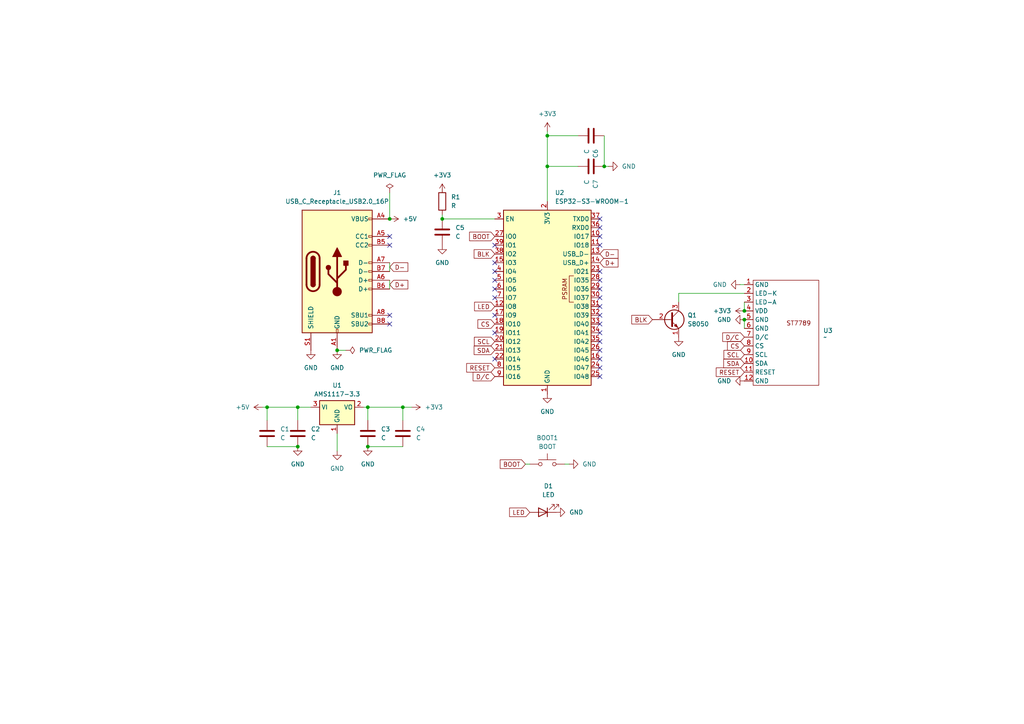
<source format=kicad_sch>
(kicad_sch (version 20231120) (generator "eeschema") (generator_version "8.0")
  (paper "A4")
  (lib_symbols
    (symbol "Connector:USB_C_Receptacle_USB2.0_16P" (pin_names (offset 1.016))
      (property "Reference" "J" (at 0 22.225 0))
      (property "Value" "USB_C_Receptacle_USB2.0_16P" (at 0 19.685 0))
      (symbol "USB_C_Receptacle_USB2.0_16P_0_0"
        (rectangle (start -0.254 -17.78) (end 0.254 -16.764))
        (rectangle (start 10.16 -14.986) (end 9.144 -15.494))
        (rectangle (start 10.16 -12.446) (end 9.144 -12.954))
        (rectangle (start 10.16 -4.826) (end 9.144 -5.334))
        (rectangle (start 10.16 -2.286) (end 9.144 -2.794))
        (rectangle (start 10.16 0.254) (end 9.144 -0.254))
        (rectangle (start 10.16 2.794) (end 9.144 2.286))
        (rectangle (start 10.16 7.874) (end 9.144 7.366))
        (rectangle (start 10.16 10.414) (end 9.144 9.906))
        (rectangle (start 10.16 15.494) (end 9.144 14.986))
      )
      (symbol "USB_C_Receptacle_USB2.0_16P_0_1"
        (rectangle (start -10.16 17.78) (end 10.16 -17.78) (stroke (width 0.254)) (fill (type background)))
        (arc (start -8.89 -3.81) (mid -6.985 -5.7067) (end -5.08 -3.81) (stroke (width 0.508)))
        (arc (start -7.62 -3.81) (mid -6.985 -4.4423) (end -6.35 -3.81) (stroke (width 0.254)))
        (arc (start -7.62 -3.81) (mid -6.985 -4.4423) (end -6.35 -3.81) (stroke (width 0.254)) (fill (type outline)))
        (rectangle (start -7.62 -3.81) (end -6.35 3.81) (stroke (width 0.254)) (fill (type outline)))
        (arc (start -6.35 3.81) (mid -6.985 4.4423) (end -7.62 3.81) (stroke (width 0.254)))
        (arc (start -6.35 3.81) (mid -6.985 4.4423) (end -7.62 3.81) (stroke (width 0.254)) (fill (type outline)))
        (arc (start -5.08 3.81) (mid -6.985 5.7067) (end -8.89 3.81) (stroke (width 0.508)))
        (circle (center -2.54 1.143) (radius 0.635) (stroke (width 0.254)) (fill (type outline)))
        (circle (center 0 -5.842) (radius 1.27) (fill (type outline)))
        (polyline (pts (xy -8.89 -3.81) (xy -8.89 3.81)) (stroke (width 0.508)))
        (polyline (pts (xy -5.08 3.81) (xy -5.08 -3.81)) (stroke (width 0.508)))
        (polyline (pts (xy 0 -5.842) (xy 0 4.318)) (stroke (width 0.508)))
        (polyline (pts (xy 0 -3.302) (xy -2.54 -0.762) (xy -2.54 0.508)) (stroke (width 0.508)))
        (polyline (pts (xy 0 -2.032) (xy 2.54 0.508) (xy 2.54 1.778)) (stroke (width 0.508)))
        (polyline (pts (xy -1.27 4.318) (xy 0 6.858) (xy 1.27 4.318) (xy -1.27 4.318)) (stroke (width 0.254)) (fill (type outline)))
        (rectangle (start 1.905 1.778) (end 3.175 3.048) (stroke (width 0.254)) (fill (type outline)))
      )
      (symbol "USB_C_Receptacle_USB2.0_16P_1_1"
        (pin passive line (at 0 -22.86 90) (length 5.08) (name "GND") (number "A1"))
        (pin passive line (at 0 -22.86 90) (length 5.08) hide (name "GND") (number "A12"))
        (pin passive line (at 15.24 15.24 180) (length 5.08) (name "VBUS") (number "A4"))
        (pin bidirectional line (at 15.24 10.16 180) (length 5.08) (name "CC1") (number "A5"))
        (pin bidirectional line (at 15.24 -2.54 180) (length 5.08) (name "D+") (number "A6"))
        (pin bidirectional line (at 15.24 2.54 180) (length 5.08) (name "D-") (number "A7"))
        (pin bidirectional line (at 15.24 -12.7 180) (length 5.08) (name "SBU1") (number "A8"))
        (pin passive line (at 15.24 15.24 180) (length 5.08) hide (name "VBUS") (number "A9"))
        (pin passive line (at 0 -22.86 90) (length 5.08) hide (name "GND") (number "B1"))
        (pin passive line (at 0 -22.86 90) (length 5.08) hide (name "GND") (number "B12"))
        (pin passive line (at 15.24 15.24 180) (length 5.08) hide (name "VBUS") (number "B4"))
        (pin bidirectional line (at 15.24 7.62 180) (length 5.08) (name "CC2") (number "B5"))
        (pin bidirectional line (at 15.24 -5.08 180) (length 5.08) (name "D+") (number "B6"))
        (pin bidirectional line (at 15.24 0 180) (length 5.08) (name "D-") (number "B7"))
        (pin bidirectional line (at 15.24 -15.24 180) (length 5.08) (name "SBU2") (number "B8"))
        (pin passive line (at 15.24 15.24 180) (length 5.08) hide (name "VBUS") (number "B9"))
        (pin passive line (at -7.62 -22.86 90) (length 5.08) (name "SHIELD") (number "S1"))
      )
    )
    (symbol "Device:C" (pin_numbers hide) (pin_names (offset 0.254))
      (property "Reference" "C" (at 0.635 2.54 0))
      (property "Value" "C" (at 0.635 -2.54 0))
      (symbol "C_0_1"
        (polyline (pts (xy -2.032 -0.762) (xy 2.032 -0.762)) (stroke (width 0.508)))
        (polyline (pts (xy -2.032 0.762) (xy 2.032 0.762)) (stroke (width 0.508)))
      )
      (symbol "C_1_1"
        (pin passive line (at 0 3.81 270) (length 2.794) (name "~") (number "1"))
        (pin passive line (at 0 -3.81 90) (length 2.794) (name "~") (number "2"))
      )
    )
    (symbol "Device:LED" (pin_numbers hide) (pin_names (offset 1.016) hide)
      (property "Reference" "D" (at 0 2.54 0))
      (property "Value" "LED" (at 0 -2.54 0))
      (symbol "LED_0_1"
        (polyline (pts (xy -1.27 -1.27) (xy -1.27 1.27)) (stroke (width 0.254)))
        (polyline (pts (xy -1.27 0) (xy 1.27 0)))
        (polyline (pts (xy 1.27 -1.27) (xy 1.27 1.27) (xy -1.27 0) (xy 1.27 -1.27)) (stroke (width 0.254)))
        (polyline (pts (xy -3.048 -0.762) (xy -4.572 -2.286) (xy -3.81 -2.286) (xy -4.572 -2.286) (xy -4.572 -1.524)))
        (polyline (pts (xy -1.778 -0.762) (xy -3.302 -2.286) (xy -2.54 -2.286) (xy -3.302 -2.286) (xy -3.302 -1.524)))
      )
      (symbol "LED_1_1"
        (pin passive line (at -3.81 0 0) (length 2.54) (name "K") (number "1"))
        (pin passive line (at 3.81 0 180) (length 2.54) (name "A") (number "2"))
      )
    )
    (symbol "Device:R" (pin_numbers hide) (pin_names (offset 0))
      (property "Reference" "R" (at 2.032 0 90))
      (property "Value" "R" (at 0 0 90))
      (symbol "R_0_1"
        (rectangle (start -1.016 -2.54) (end 1.016 2.54) (stroke (width 0.254)))
      )
      (symbol "R_1_1"
        (pin passive line (at 0 3.81 270) (length 1.27) (name "~") (number "1"))
        (pin passive line (at 0 -3.81 90) (length 1.27) (name "~") (number "2"))
      )
    )
    (symbol "Mayphus:ST7789"
      (property "Reference" "U" (at 0 0 0))
      (symbol "ST7789_0_1"
        (rectangle (start -3.81 10.16) (end 15.24 -20.32))
      )
      (symbol "ST7789_1_1"
        (text "ST7789" (at 9.398 -2.286 0) (effects (font (size 1.27 1.27))))
        (pin power_in line (at -6.35 8.89 0) (length 2.54) (name "GND") (number "1"))
        (pin input line (at -6.35 -13.97 0) (length 2.54) (name "SDA") (number "10"))
        (pin input line (at -6.35 -16.51 0) (length 2.54) (name "RESET") (number "11"))
        (pin power_in line (at -6.35 -19.05 0) (length 2.54) (name "GND") (number "12"))
        (pin input line (at -6.35 6.35 0) (length 2.54) (name "LED-K") (number "2"))
        (pin input line (at -6.35 3.81 0) (length 2.54) (name "LED-A") (number "3"))
        (pin power_in line (at -6.35 1.27 0) (length 2.54) (name "VDD") (number "4"))
        (pin power_in line (at -6.35 -1.27 0) (length 2.54) (name "GND") (number "5"))
        (pin power_in line (at -6.35 -3.81 0) (length 2.54) (name "GND") (number "6"))
        (pin input line (at -6.35 -6.35 0) (length 2.54) (name "D/C") (number "7"))
        (pin input line (at -6.35 -8.89 0) (length 2.54) (name "CS") (number "8"))
        (pin input line (at -6.35 -11.43 0) (length 2.54) (name "SCL") (number "9"))
      )
    )
    (symbol "RF_Module:ESP32-S3-WROOM-1"
      (property "Reference" "U" (at -12.7 26.67 0))
      (property "Value" "ESP32-S3-WROOM-1" (at 12.7 26.67 0))
      (symbol "ESP32-S3-WROOM-1_0_0"
        (rectangle (start -12.7 25.4) (end 12.7 -25.4) (stroke (width 0.254)) (fill (type background)))
        (text "PSRAM" (at 5.08 2.54 900) (effects (font (size 1.27 1.27))))
      )
      (symbol "ESP32-S3-WROOM-1_0_1"
        (polyline (pts (xy 7.62 -1.27) (xy 6.35 -1.27) (xy 6.35 6.35) (xy 7.62 6.35)))
      )
      (symbol "ESP32-S3-WROOM-1_1_1"
        (pin power_in line (at 0 -27.94 90) (length 2.54) (name "GND") (number "1"))
        (pin bidirectional line (at 15.24 17.78 180) (length 2.54) (name "IO17") (number "10"))
        (pin bidirectional line (at 15.24 15.24 180) (length 2.54) (name "IO18") (number "11"))
        (pin bidirectional line (at -15.24 -2.54 0) (length 2.54) (name "IO8") (number "12"))
        (pin bidirectional line (at 15.24 12.7 180) (length 2.54) (name "USB_D-") (number "13"))
        (pin bidirectional line (at 15.24 10.16 180) (length 2.54) (name "USB_D+") (number "14"))
        (pin bidirectional line (at -15.24 10.16 0) (length 2.54) (name "IO3") (number "15"))
        (pin bidirectional line (at 15.24 -17.78 180) (length 2.54) (name "IO46") (number "16"))
        (pin bidirectional line (at -15.24 -5.08 0) (length 2.54) (name "IO9") (number "17"))
        (pin bidirectional line (at -15.24 -7.62 0) (length 2.54) (name "IO10") (number "18"))
        (pin bidirectional line (at -15.24 -10.16 0) (length 2.54) (name "IO11") (number "19"))
        (pin power_in line (at 0 27.94 270) (length 2.54) (name "3V3") (number "2"))
        (pin bidirectional line (at -15.24 -12.7 0) (length 2.54) (name "IO12") (number "20"))
        (pin bidirectional line (at -15.24 -15.24 0) (length 2.54) (name "IO13") (number "21"))
        (pin bidirectional line (at -15.24 -17.78 0) (length 2.54) (name "IO14") (number "22"))
        (pin bidirectional line (at 15.24 7.62 180) (length 2.54) (name "IO21") (number "23"))
        (pin bidirectional line (at 15.24 -20.32 180) (length 2.54) (name "IO47") (number "24"))
        (pin bidirectional line (at 15.24 -22.86 180) (length 2.54) (name "IO48") (number "25"))
        (pin bidirectional line (at 15.24 -15.24 180) (length 2.54) (name "IO45") (number "26"))
        (pin bidirectional line (at -15.24 17.78 0) (length 2.54) (name "IO0") (number "27"))
        (pin bidirectional line (at 15.24 5.08 180) (length 2.54) (name "IO35") (number "28"))
        (pin bidirectional line (at 15.24 2.54 180) (length 2.54) (name "IO36") (number "29"))
        (pin input line (at -15.24 22.86 0) (length 2.54) (name "EN") (number "3"))
        (pin bidirectional line (at 15.24 0 180) (length 2.54) (name "IO37") (number "30"))
        (pin bidirectional line (at 15.24 -2.54 180) (length 2.54) (name "IO38") (number "31"))
        (pin bidirectional line (at 15.24 -5.08 180) (length 2.54) (name "IO39") (number "32"))
        (pin bidirectional line (at 15.24 -7.62 180) (length 2.54) (name "IO40") (number "33"))
        (pin bidirectional line (at 15.24 -10.16 180) (length 2.54) (name "IO41") (number "34"))
        (pin bidirectional line (at 15.24 -12.7 180) (length 2.54) (name "IO42") (number "35"))
        (pin bidirectional line (at 15.24 20.32 180) (length 2.54) (name "RXD0") (number "36"))
        (pin bidirectional line (at 15.24 22.86 180) (length 2.54) (name "TXD0") (number "37"))
        (pin bidirectional line (at -15.24 12.7 0) (length 2.54) (name "IO2") (number "38"))
        (pin bidirectional line (at -15.24 15.24 0) (length 2.54) (name "IO1") (number "39"))
        (pin bidirectional line (at -15.24 7.62 0) (length 2.54) (name "IO4") (number "4"))
        (pin passive line (at 0 -27.94 90) (length 2.54) hide (name "GND") (number "40"))
        (pin passive line (at 0 -27.94 90) (length 2.54) hide (name "GND") (number "41"))
        (pin bidirectional line (at -15.24 5.08 0) (length 2.54) (name "IO5") (number "5"))
        (pin bidirectional line (at -15.24 2.54 0) (length 2.54) (name "IO6") (number "6"))
        (pin bidirectional line (at -15.24 0 0) (length 2.54) (name "IO7") (number "7"))
        (pin bidirectional line (at -15.24 -20.32 0) (length 2.54) (name "IO15") (number "8"))
        (pin bidirectional line (at -15.24 -22.86 0) (length 2.54) (name "IO16") (number "9"))
      )
    )
    (symbol "Regulator_Linear:AMS1117-3.3"
      (property "Reference" "U" (at -3.81 3.175 0))
      (property "Value" "AMS1117-3.3" (at 0 3.175 0))
      (symbol "AMS1117-3.3_0_1"
        (rectangle (start -5.08 -5.08) (end 5.08 1.905) (stroke (width 0.254)) (fill (type background)))
      )
      (symbol "AMS1117-3.3_1_1"
        (pin power_in line (at 0 -7.62 90) (length 2.54) (name "GND") (number "1"))
        (pin power_out line (at 7.62 0 180) (length 2.54) (name "VO") (number "2"))
        (pin power_in line (at -7.62 0 0) (length 2.54) (name "VI") (number "3"))
      )
    )
    (symbol "Switch:SW_Push" (pin_numbers hide) (pin_names (offset 1.016) hide)
      (property "Reference" "SW" (at 1.27 2.54 0))
      (property "Value" "SW_Push" (at 0 -1.524 0))
      (symbol "SW_Push_0_1"
        (circle (center -2.032 0) (radius 0.508))
        (polyline (pts (xy 0 1.27) (xy 0 3.048)))
        (polyline (pts (xy 2.54 1.27) (xy -2.54 1.27)))
        (circle (center 2.032 0) (radius 0.508))
        (pin passive line (at -5.08 0 0) (length 2.54) (name "1") (number "1"))
        (pin passive line (at 5.08 0 180) (length 2.54) (name "2") (number "2"))
      )
    )
    (symbol "Transistor_BJT:S8050" (pin_names (offset 0) hide)
      (property "Reference" "Q" (at 5.08 1.905 0))
      (property "Value" "S8050" (at 5.08 0 0))
      (symbol "S8050_0_1"
        (polyline (pts (xy 0 0) (xy 0.635 0)))
        (polyline (pts (xy 0.635 0.635) (xy 2.54 2.54)))
        (polyline (pts (xy 0.635 -0.635) (xy 2.54 -2.54) (xy 2.54 -2.54)))
        (polyline (pts (xy 0.635 1.905) (xy 0.635 -1.905) (xy 0.635 -1.905)) (stroke (width 0.508)))
        (polyline (pts (xy 1.27 -1.778) (xy 1.778 -1.27) (xy 2.286 -2.286) (xy 1.27 -1.778) (xy 1.27 -1.778)) (fill (type outline)))
        (circle (center 1.27 0) (radius 2.8194) (stroke (width 0.254)))
      )
      (symbol "S8050_1_1"
        (pin passive line (at 2.54 -5.08 90) (length 2.54) (name "E") (number "1"))
        (pin input line (at -5.08 0 0) (length 5.08) (name "B") (number "2"))
        (pin passive line (at 2.54 5.08 270) (length 2.54) (name "C") (number "3"))
      )
    )
    (symbol "power:+3V3" (power) (pin_numbers hide) (pin_names (offset 0) hide)
      (property "Value" "+3V3" (at 0 3.556 0))
      (symbol "+3V3_0_1"
        (polyline (pts (xy -0.762 1.27) (xy 0 2.54)))
        (polyline (pts (xy 0 0) (xy 0 2.54)))
        (polyline (pts (xy 0 2.54) (xy 0.762 1.27)))
      )
      (symbol "+3V3_1_1"
        (pin power_in line (at 0 0 90) (length 0) (name "~") (number "1"))
      )
    )
    (symbol "power:+5V" (power) (pin_numbers hide) (pin_names (offset 0) hide)
      (property "Value" "+5V" (at 0 3.556 0))
      (symbol "+5V_0_1"
        (polyline (pts (xy -0.762 1.27) (xy 0 2.54)))
        (polyline (pts (xy 0 0) (xy 0 2.54)))
        (polyline (pts (xy 0 2.54) (xy 0.762 1.27)))
      )
      (symbol "+5V_1_1"
        (pin power_in line (at 0 0 90) (length 0) (name "~") (number "1"))
      )
    )
    (symbol "power:GND" (power) (pin_numbers hide) (pin_names (offset 0) hide)
      (property "Value" "GND" (at 0 -3.81 0))
      (symbol "GND_0_1"
        (polyline (pts (xy 0 0) (xy 0 -1.27) (xy 1.27 -1.27) (xy 0 -2.54) (xy -1.27 -1.27) (xy 0 -1.27)))
      )
      (symbol "GND_1_1"
        (pin power_in line (at 0 0 270) (length 0) (name "~") (number "1"))
      )
    )
    (symbol "power:PWR_FLAG" (power) (pin_numbers hide) (pin_names (offset 0) hide)
      (property "Value" "PWR_FLAG" (at 0 3.81 0))
      (symbol "PWR_FLAG_0_0"
        (pin power_out line (at 0 0 90) (length 0) (name "~") (number "1"))
      )
      (symbol "PWR_FLAG_0_1"
        (polyline (pts (xy 0 0) (xy 0 1.27) (xy -1.016 1.905) (xy 0 2.54) (xy 1.016 1.905) (xy 0 1.27)))
      )
    )
  )
  (junction (at 116.84 118.11))
  (junction (at 86.36 118.11))
  (junction (at 77.47 118.11))
  (junction (at 215.9 92.71))
  (junction (at 215.9 90.17))
  (junction (at 113.03 63.5))
  (junction (at 97.79 101.6))
  (junction (at 106.68 129.54))
  (junction (at 158.75 39.37))
  (junction (at 158.75 48.26))
  (junction (at 175.26 48.26))
  (junction (at 86.36 129.54))
  (junction (at 128.27 63.5))
  (junction (at 106.68 118.11))
  (no_connect (at 173.99 81.28))
  (no_connect (at 143.51 81.28))
  (no_connect (at 173.99 109.22))
  (no_connect (at 143.51 83.82))
  (no_connect (at 143.51 91.44))
  (no_connect (at 173.99 96.52))
  (no_connect (at 173.99 104.14))
  (no_connect (at 143.51 76.2))
  (no_connect (at 143.51 104.14))
  (no_connect (at 113.03 93.98))
  (no_connect (at 173.99 71.12))
  (no_connect (at 173.99 106.68))
  (no_connect (at 173.99 91.44))
  (no_connect (at 173.99 78.74))
  (no_connect (at 143.51 71.12))
  (no_connect (at 173.99 88.9))
  (no_connect (at 173.99 83.82))
  (no_connect (at 143.51 86.36))
  (no_connect (at 113.03 91.44))
  (no_connect (at 113.03 68.58))
  (no_connect (at 173.99 63.5))
  (no_connect (at 173.99 86.36))
  (no_connect (at 113.03 71.12))
  (no_connect (at 143.51 78.74))
  (no_connect (at 173.99 66.04))
  (no_connect (at 173.99 93.98))
  (no_connect (at 143.51 96.52))
  (no_connect (at 173.99 68.58))
  (no_connect (at 173.99 101.6))
  (no_connect (at 173.99 99.06))
  (wire (pts (xy 215.9 87.63) (xy 215.9 90.17)))
  (wire (pts (xy 152.4 134.62) (xy 153.67 134.62)))
  (wire (pts (xy 158.75 48.26) (xy 158.75 58.42)))
  (wire (pts (xy 175.26 48.26) (xy 176.53 48.26)))
  (wire (pts (xy 113.03 55.88) (xy 113.03 63.5)))
  (wire (pts (xy 215.9 92.71) (xy 215.9 95.25)))
  (wire (pts (xy 105.41 118.11) (xy 106.68 118.11)))
  (wire (pts (xy 196.85 85.09) (xy 196.85 87.63)))
  (wire (pts (xy 86.36 121.92) (xy 86.36 118.11)))
  (wire (pts (xy 158.75 48.26) (xy 167.64 48.26)))
  (wire (pts (xy 214.63 82.55) (xy 215.9 82.55)))
  (wire (pts (xy 116.84 118.11) (xy 106.68 118.11)))
  (wire (pts (xy 97.79 130.81) (xy 97.79 125.73)))
  (wire (pts (xy 128.27 54.61) (xy 128.27 55.88)))
  (wire (pts (xy 119.38 118.11) (xy 116.84 118.11)))
  (wire (pts (xy 158.75 39.37) (xy 167.64 39.37)))
  (wire (pts (xy 215.9 85.09) (xy 196.85 85.09)))
  (wire (pts (xy 100.33 101.6) (xy 97.79 101.6)))
  (wire (pts (xy 113.03 76.2) (xy 113.03 78.74)))
  (wire (pts (xy 77.47 129.54) (xy 86.36 129.54)))
  (wire (pts (xy 77.47 118.11) (xy 77.47 121.92)))
  (wire (pts (xy 128.27 63.5) (xy 143.51 63.5)))
  (wire (pts (xy 106.68 121.92) (xy 106.68 118.11)))
  (wire (pts (xy 77.47 118.11) (xy 86.36 118.11)))
  (wire (pts (xy 106.68 129.54) (xy 116.84 129.54)))
  (wire (pts (xy 86.36 118.11) (xy 90.17 118.11)))
  (wire (pts (xy 113.03 81.28) (xy 113.03 83.82)))
  (wire (pts (xy 116.84 118.11) (xy 116.84 121.92)))
  (wire (pts (xy 128.27 62.23) (xy 128.27 63.5)))
  (wire (pts (xy 175.26 39.37) (xy 175.26 48.26)))
  (wire (pts (xy 158.75 38.1) (xy 158.75 39.37)))
  (wire (pts (xy 165.1 134.62) (xy 163.83 134.62)))
  (wire (pts (xy 158.75 39.37) (xy 158.75 48.26)))
  (wire (pts (xy 76.2 118.11) (xy 77.47 118.11)))
  (global_label "CS" (shape input) (at 143.51 93.98 180) (property "Intersheetrefs" "${INTERSHEET_REFS}" (effects (hide yes))))
  (global_label "D{slash}C" (shape input) (at 215.9 97.79 180) (property "Intersheetrefs" "${INTERSHEET_REFS}" (effects (hide yes))))
  (global_label "D+" (shape input) (at 113.03 82.55 0) (property "Intersheetrefs" "${INTERSHEET_REFS}" (effects (hide yes))))
  (global_label "RESET" (shape input) (at 143.51 106.68 180) (property "Intersheetrefs" "${INTERSHEET_REFS}" (effects (hide yes))))
  (global_label "SCL" (shape input) (at 215.9 102.87 180) (property "Intersheetrefs" "${INTERSHEET_REFS}" (effects (hide yes))))
  (global_label "RESET" (shape input) (at 215.9 107.95 180) (property "Intersheetrefs" "${INTERSHEET_REFS}" (effects (hide yes))))
  (global_label "LED" (shape input) (at 143.51 88.9 180) (property "Intersheetrefs" "${INTERSHEET_REFS}" (effects (hide yes))))
  (global_label "D+" (shape input) (at 173.99 76.2 0) (property "Intersheetrefs" "${INTERSHEET_REFS}" (effects (hide yes))))
  (global_label "BOOT" (shape input) (at 143.51 68.58 180) (property "Intersheetrefs" "${INTERSHEET_REFS}" (effects (hide yes))))
  (global_label "CS" (shape input) (at 215.9 100.33 180) (property "Intersheetrefs" "${INTERSHEET_REFS}" (effects (hide yes))))
  (global_label "BOOT" (shape input) (at 152.4 134.62 180) (property "Intersheetrefs" "${INTERSHEET_REFS}" (effects (hide yes))))
  (global_label "SDA" (shape input) (at 215.9 105.41 180) (property "Intersheetrefs" "${INTERSHEET_REFS}" (effects (hide yes))))
  (global_label "D-" (shape input) (at 113.03 77.47 0) (property "Intersheetrefs" "${INTERSHEET_REFS}" (effects (hide yes))))
  (global_label "SDA" (shape input) (at 143.51 101.6 180) (property "Intersheetrefs" "${INTERSHEET_REFS}" (effects (hide yes))))
  (global_label "SCL" (shape input) (at 143.51 99.06 180) (property "Intersheetrefs" "${INTERSHEET_REFS}" (effects (hide yes))))
  (global_label "LED" (shape input) (at 153.67 148.59 180) (property "Intersheetrefs" "${INTERSHEET_REFS}" (effects (hide yes))))
  (global_label "BLK" (shape input) (at 143.51 73.66 180) (property "Intersheetrefs" "${INTERSHEET_REFS}" (effects (hide yes))))
  (global_label "BLK" (shape input) (at 189.23 92.71 180) (property "Intersheetrefs" "${INTERSHEET_REFS}" (effects (hide yes))))
  (global_label "D{slash}C" (shape input) (at 143.51 109.22 180) (property "Intersheetrefs" "${INTERSHEET_REFS}" (effects (hide yes))))
  (global_label "D-" (shape input) (at 173.99 73.66 0) (property "Intersheetrefs" "${INTERSHEET_REFS}" (effects (hide yes))))
  (symbol (lib_id "power:GND") (at 158.75 114.3 0) (unit 1)
    (property "Reference" "#PWR012" (effects (hide yes)))
    (property "Value" "GND" (at 158.75 119.38 0))
    (property "Description" "Power symbol creates a global label with name \"GND\" , ground" (effects (hide yes)))
  )
  (symbol (lib_id "power:GND") (at 165.1 134.62 90) (unit 1)
    (property "Reference" "#PWR014" (effects (hide yes)))
    (property "Value" "GND" (at 168.91 134.6199 90) (effects (justify right)))
    (property "Description" "Power symbol creates a global label with name \"GND\" , ground" (effects (hide yes)))
  )
  (symbol (lib_id "power:GND") (at 90.17 101.6 0) (unit 1)
    (property "Reference" "#PWR03" (effects (hide yes)))
    (property "Value" "GND" (at 90.17 106.68 0))
    (property "Description" "Power symbol creates a global label with name \"GND\" , ground" (effects (hide yes)))
  )
  (symbol (lib_id "Regulator_Linear:AMS1117-3.3") (at 97.79 118.11 0) (unit 1)
    (property "Reference" "U1" (at 97.79 111.76 0))
    (property "Value" "AMS1117-3.3" (at 97.79 114.3 0))
    (property "Footprint" "Package_TO_SOT_SMD:SOT-223-3_TabPin2" (effects (hide yes)))
    (property "Datasheet" "http://www.advanced-monolithic.com/pdf/ds1117.pdf" (effects (hide yes)))
    (property "Description" "1A Low Dropout regulator, positive, 3.3V fixed output, SOT-223" (effects (hide yes)))
  )
  (symbol (lib_id "Device:C") (at 86.36 125.73 0) (unit 1)
    (property "Reference" "C2" (at 90.17 124.4599 0) (effects (justify left)))
    (property "Value" "C" (at 90.17 126.9999 0) (effects (justify left)))
    (property "Footprint" "Capacitor_SMD:C_0805_2012Metric" (effects (hide yes)))
    (property "Description" "Unpolarized capacitor" (effects (hide yes)))
  )
  (symbol (lib_id "Connector:USB_C_Receptacle_USB2.0_16P") (at 97.79 78.74 0) (unit 1)
    (property "Reference" "J1" (at 97.79 55.88 0))
    (property "Value" "USB_C_Receptacle_USB2.0_16P" (at 97.79 58.42 0))
    (property "Footprint" "Connector_USB:USB_C_Receptacle_GCT_USB4105-xx-A_16P_TopMnt_Horizontal" (effects (hide yes)))
    (property "Datasheet" "https://www.usb.org/sites/default/files/documents/usb_type-c.zip" (effects (hide yes)))
    (property "Description" "USB 2.0-only 16P Type-C Receptacle connector" (effects (hide yes)))
  )
  (symbol (lib_id "Device:C") (at 116.84 125.73 0) (unit 1)
    (property "Reference" "C4" (at 120.65 124.4599 0) (effects (justify left)))
    (property "Value" "C" (at 120.65 126.9999 0) (effects (justify left)))
    (property "Footprint" "Capacitor_SMD:C_0805_2012Metric" (effects (hide yes)))
    (property "Description" "Unpolarized capacitor" (effects (hide yes)))
  )
  (symbol (lib_id "power:GND") (at 86.36 129.54 0) (unit 1)
    (property "Reference" "#PWR02" (effects (hide yes)))
    (property "Value" "GND" (at 86.36 134.62 0))
    (property "Description" "Power symbol creates a global label with name \"GND\" , ground" (effects (hide yes)))
  )
  (symbol (lib_id "Device:C") (at 171.45 48.26 270) (unit 1)
    (property "Reference" "C7" (at 172.7201 52.07 0) (effects (justify left)))
    (property "Value" "C" (at 170.1801 52.07 0) (effects (justify left)))
    (property "Footprint" "Capacitor_SMD:C_0805_2012Metric" (effects (hide yes)))
    (property "Description" "Unpolarized capacitor" (effects (hide yes)))
  )
  (symbol (lib_id "power:GND") (at 215.9 92.71 270) (unit 1)
    (property "Reference" "#PWR017" (effects (hide yes)))
    (property "Value" "GND" (at 212.09 92.7099 90) (effects (justify right)))
    (property "Description" "Power symbol creates a global label with name \"GND\" , ground" (effects (hide yes)))
  )
  (symbol (lib_id "power:+3V3") (at 158.75 38.1 0) (unit 1)
    (property "Reference" "#PWR011" (effects (hide yes)))
    (property "Value" "+3V3" (at 158.75 33.02 0))
    (property "Description" "Power symbol creates a global label with name \"+3V3\"" (effects (hide yes)))
  )
  (symbol (lib_id "power:+3V3") (at 215.9 90.17 90) (unit 1)
    (property "Reference" "#PWR019" (effects (hide yes)))
    (property "Value" "+3V3" (at 212.09 90.1699 90) (effects (justify left)))
    (property "Description" "Power symbol creates a global label with name \"+3V3\"" (effects (hide yes)))
  )
  (symbol (lib_id "power:GND") (at 128.27 71.12 0) (unit 1)
    (property "Reference" "#PWR010" (effects (hide yes)))
    (property "Value" "GND" (at 128.27 76.2 0))
    (property "Description" "Power symbol creates a global label with name \"GND\" , ground" (effects (hide yes)))
  )
  (symbol (lib_id "power:GND") (at 196.85 97.79 0) (unit 1)
    (property "Reference" "#PWR020" (effects (hide yes)))
    (property "Value" "GND" (at 196.85 102.87 0))
    (property "Description" "Power symbol creates a global label with name \"GND\" , ground" (effects (hide yes)))
  )
  (symbol (lib_id "Device:C") (at 171.45 39.37 270) (unit 1)
    (property "Reference" "C6" (at 172.7201 43.18 0) (effects (justify left)))
    (property "Value" "C" (at 170.1801 43.18 0) (effects (justify left)))
    (property "Footprint" "Capacitor_SMD:C_0805_2012Metric" (effects (hide yes)))
    (property "Description" "Unpolarized capacitor" (effects (hide yes)))
  )
  (symbol (lib_id "power:PWR_FLAG") (at 100.33 101.6 270) (unit 1)
    (property "Reference" "#FLG01" (effects (hide yes)))
    (property "Value" "PWR_FLAG" (at 104.14 101.5999 90) (effects (justify left)))
    (property "Description" "Special symbol for telling ERC where power comes from" (effects (hide yes)))
  )
  (symbol (lib_id "power:GND") (at 97.79 130.81 0) (unit 1)
    (property "Reference" "#PWR05" (effects (hide yes)))
    (property "Value" "GND" (at 97.79 135.89 0))
    (property "Description" "Power symbol creates a global label with name \"GND\" , ground" (effects (hide yes)))
  )
  (symbol (lib_id "power:+5V") (at 76.2 118.11 90) (unit 1)
    (property "Reference" "#PWR01" (effects (hide yes)))
    (property "Value" "+5V" (at 72.39 118.1099 90) (effects (justify left)))
    (property "Description" "Power symbol creates a global label with name \"+5V\"" (effects (hide yes)))
  )
  (symbol (lib_id "Device:C") (at 106.68 125.73 0) (unit 1)
    (property "Reference" "C3" (at 110.49 124.4599 0) (effects (justify left)))
    (property "Value" "C" (at 110.49 126.9999 0) (effects (justify left)))
    (property "Footprint" "Capacitor_SMD:C_0805_2012Metric" (effects (hide yes)))
    (property "Description" "Unpolarized capacitor" (effects (hide yes)))
  )
  (symbol (lib_id "power:GND") (at 97.79 101.6 0) (unit 1)
    (property "Reference" "#PWR04" (effects (hide yes)))
    (property "Value" "GND" (at 97.79 106.68 0))
    (property "Description" "Power symbol creates a global label with name \"GND\" , ground" (effects (hide yes)))
  )
  (symbol (lib_id "Device:C") (at 128.27 67.31 0) (unit 1)
    (property "Reference" "C5" (at 132.08 66.0399 0) (effects (justify left)))
    (property "Value" "C" (at 132.08 68.5799 0) (effects (justify left)))
    (property "Footprint" "Capacitor_SMD:C_0805_2012Metric" (effects (hide yes)))
    (property "Description" "Unpolarized capacitor" (effects (hide yes)))
  )
  (symbol (lib_id "power:PWR_FLAG") (at 113.03 55.88 0) (unit 1)
    (property "Reference" "#FLG02" (effects (hide yes)))
    (property "Value" "PWR_FLAG" (at 113.03 50.8 0))
    (property "Description" "Special symbol for telling ERC where power comes from" (effects (hide yes)))
  )
  (symbol (lib_id "Switch:SW_Push") (at 158.75 134.62 0) (unit 1)
    (property "Reference" "BOOT1" (at 158.75 127 0))
    (property "Value" "BOOT" (at 158.75 129.54 0))
    (property "Footprint" "Mayphus:SW_Push" (effects (hide yes)))
    (property "Description" "Push button switch, generic, two pins" (effects (hide yes)))
  )
  (symbol (lib_id "Mayphus:ST7789") (at 222.25 91.44 0) (unit 1)
    (property "Reference" "U3" (at 238.76 95.8849 0) (effects (justify left)))
    (property "Value" "~" (at 238.76 97.79 0) (effects (justify left)))
    (property "Footprint" "Mayphus:ST7789-240x240" (effects (hide yes)))
  )
  (symbol (lib_id "power:GND") (at 214.63 82.55 270) (unit 1)
    (property "Reference" "#PWR018" (effects (hide yes)))
    (property "Value" "GND" (at 210.82 82.5499 90) (effects (justify right)))
    (property "Description" "Power symbol creates a global label with name \"GND\" , ground" (effects (hide yes)))
  )
  (symbol (lib_id "Device:C") (at 77.47 125.73 0) (unit 1)
    (property "Reference" "C1" (at 81.28 124.4599 0) (effects (justify left)))
    (property "Value" "C" (at 81.28 126.9999 0) (effects (justify left)))
    (property "Footprint" "Capacitor_SMD:C_0805_2012Metric" (effects (hide yes)))
    (property "Description" "Unpolarized capacitor" (effects (hide yes)))
  )
  (symbol (lib_id "Device:R") (at 128.27 58.42 180) (unit 1)
    (property "Reference" "R1" (at 130.81 57.1499 0) (effects (justify right)))
    (property "Value" "R" (at 130.81 59.6899 0) (effects (justify right)))
    (property "Footprint" "Resistor_SMD:R_0805_2012Metric" (effects (hide yes)))
    (property "Description" "Resistor" (effects (hide yes)))
  )
  (symbol (lib_id "power:GND") (at 215.9 110.49 270) (unit 1)
    (property "Reference" "#PWR016" (effects (hide yes)))
    (property "Value" "GND" (at 212.09 110.4899 90) (effects (justify right)))
    (property "Description" "Power symbol creates a global label with name \"GND\" , ground" (effects (hide yes)))
  )
  (symbol (lib_id "power:+3V3") (at 119.38 118.11 270) (unit 1)
    (property "Reference" "#PWR08" (effects (hide yes)))
    (property "Value" "+3V3" (at 123.19 118.1099 90) (effects (justify left)))
    (property "Description" "Power symbol creates a global label with name \"+3V3\"" (effects (hide yes)))
  )
  (symbol (lib_id "Transistor_BJT:S8050") (at 194.31 92.71 0) (unit 1)
    (property "Reference" "Q1" (at 199.39 91.4399 0) (effects (justify left)))
    (property "Value" "S8050" (at 199.39 93.9799 0) (effects (justify left)))
    (property "Footprint" "Package_TO_SOT_SMD:SOT-23" (effects (hide yes)))
    (property "Datasheet" "http://www.unisonic.com.tw/datasheet/S8050.pdf" (effects (hide yes)))
    (property "Description" "0.7A Ic, 20V Vce, Low Voltage High Current NPN Transistor, TO-92" (effects (hide yes)))
  )
  (symbol (lib_id "power:+5V") (at 113.03 63.5 270) (unit 1)
    (property "Reference" "#PWR07" (effects (hide yes)))
    (property "Value" "+5V" (at 116.84 63.4999 90) (effects (justify left)))
    (property "Description" "Power symbol creates a global label with name \"+5V\"" (effects (hide yes)))
  )
  (symbol (lib_id "power:+3V3") (at 128.27 55.88 0) (unit 1)
    (property "Reference" "#PWR09" (effects (hide yes)))
    (property "Value" "+3V3" (at 128.27 50.8 0))
    (property "Description" "Power symbol creates a global label with name \"+3V3\"" (effects (hide yes)))
  )
  (symbol (lib_id "power:GND") (at 106.68 129.54 0) (unit 1)
    (property "Reference" "#PWR06" (effects (hide yes)))
    (property "Value" "GND" (at 106.68 134.62 0))
    (property "Description" "Power symbol creates a global label with name \"GND\" , ground" (effects (hide yes)))
  )
  (symbol (lib_id "power:GND") (at 161.29 148.59 90) (unit 1)
    (property "Reference" "#PWR013" (effects (hide yes)))
    (property "Value" "GND" (at 165.1 148.5899 90) (effects (justify right)))
    (property "Description" "Power symbol creates a global label with name \"GND\" , ground" (effects (hide yes)))
  )
  (symbol (lib_id "RF_Module:ESP32-S3-WROOM-1") (at 158.75 86.36 0) (unit 1)
    (property "Reference" "U2" (at 160.9441 55.88 0) (effects (justify left)))
    (property "Value" "ESP32-S3-WROOM-1" (at 160.9441 58.42 0) (effects (justify left)))
    (property "Footprint" "RF_Module:ESP32-S3-WROOM-1" (effects (hide yes)))
    (property "Datasheet" "https://www.espressif.com/sites/default/files/documentation/esp32-s3-wroom-1_wroom-1u_datasheet_en.pdf" (effects (hide yes)))
    (property "Description" "RF Module, ESP32-S3 SoC, Wi-Fi 802.11b/g/n, Bluetooth, BLE, 32-bit, 3.3V, onboard antenna, SMD" (effects (hide yes)))
  )
  (symbol (lib_id "Device:LED") (at 157.48 148.59 180) (unit 1)
    (property "Reference" "D1" (at 159.0675 140.97 0))
    (property "Value" "LED" (at 159.0675 143.51 0))
    (property "Footprint" "LED_SMD:LED_0603_1608Metric" (effects (hide yes)))
    (property "Description" "Light emitting diode" (effects (hide yes)))
  )
  (symbol (lib_id "power:GND") (at 176.53 48.26 90) (unit 1)
    (property "Reference" "#PWR015" (effects (hide yes)))
    (property "Value" "GND" (at 180.34 48.2599 90) (effects (justify right)))
    (property "Description" "Power symbol creates a global label with name \"GND\" , ground" (effects (hide yes)))
  )
)
</source>
